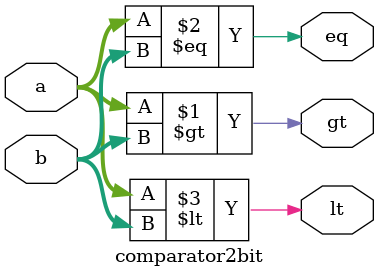
<source format=v>

module comparator2bit(input [1:0] a, input [1:0] b, output gt, eq, lt);
    assign gt = (a > b);
    assign eq = (a == b);
    assign lt = (a < b);
endmodule






</source>
